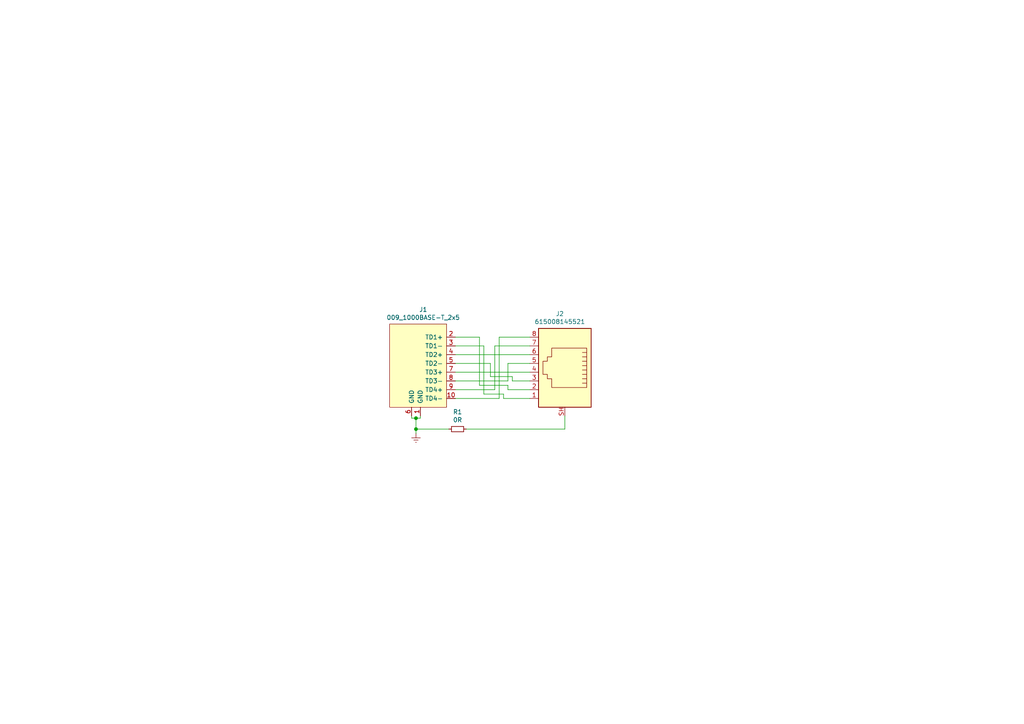
<source format=kicad_sch>
(kicad_sch (version 20211123) (generator eeschema)

  (uuid 417f13e4-c121-485a-a6b5-8b55e70350b8)

  (paper "A4")

  (lib_symbols
    (symbol "Connector:RJ45_Shielded" (pin_names (offset 1.016)) (in_bom yes) (on_board yes)
      (property "Reference" "J" (id 0) (at -5.08 13.97 0)
        (effects (font (size 1.27 1.27)) (justify right))
      )
      (property "Value" "RJ45_Shielded" (id 1) (at 2.54 13.97 0)
        (effects (font (size 1.27 1.27)) (justify left))
      )
      (property "Footprint" "" (id 2) (at 0 0.635 90)
        (effects (font (size 1.27 1.27)) hide)
      )
      (property "Datasheet" "~" (id 3) (at 0 0.635 90)
        (effects (font (size 1.27 1.27)) hide)
      )
      (property "ki_keywords" "8P8C RJ female connector" (id 4) (at 0 0 0)
        (effects (font (size 1.27 1.27)) hide)
      )
      (property "ki_description" "RJ connector, 8P8C (8 positions 8 connected), Shielded" (id 5) (at 0 0 0)
        (effects (font (size 1.27 1.27)) hide)
      )
      (property "ki_fp_filters" "8P8C* RJ31* RJ32* RJ33* RJ34* RJ35* RJ41* RJ45* RJ49* RJ61*" (id 6) (at 0 0 0)
        (effects (font (size 1.27 1.27)) hide)
      )
      (symbol "RJ45_Shielded_0_1"
        (polyline
          (pts
            (xy -5.08 4.445)
            (xy -6.35 4.445)
          )
          (stroke (width 0) (type default) (color 0 0 0 0))
          (fill (type none))
        )
        (polyline
          (pts
            (xy -5.08 5.715)
            (xy -6.35 5.715)
          )
          (stroke (width 0) (type default) (color 0 0 0 0))
          (fill (type none))
        )
        (polyline
          (pts
            (xy -6.35 -3.175)
            (xy -5.08 -3.175)
            (xy -5.08 -3.175)
          )
          (stroke (width 0) (type default) (color 0 0 0 0))
          (fill (type none))
        )
        (polyline
          (pts
            (xy -6.35 -1.905)
            (xy -5.08 -1.905)
            (xy -5.08 -1.905)
          )
          (stroke (width 0) (type default) (color 0 0 0 0))
          (fill (type none))
        )
        (polyline
          (pts
            (xy -6.35 -0.635)
            (xy -5.08 -0.635)
            (xy -5.08 -0.635)
          )
          (stroke (width 0) (type default) (color 0 0 0 0))
          (fill (type none))
        )
        (polyline
          (pts
            (xy -6.35 0.635)
            (xy -5.08 0.635)
            (xy -5.08 0.635)
          )
          (stroke (width 0) (type default) (color 0 0 0 0))
          (fill (type none))
        )
        (polyline
          (pts
            (xy -6.35 1.905)
            (xy -5.08 1.905)
            (xy -5.08 1.905)
          )
          (stroke (width 0) (type default) (color 0 0 0 0))
          (fill (type none))
        )
        (polyline
          (pts
            (xy -5.08 3.175)
            (xy -6.35 3.175)
            (xy -6.35 3.175)
          )
          (stroke (width 0) (type default) (color 0 0 0 0))
          (fill (type none))
        )
        (polyline
          (pts
            (xy -6.35 -4.445)
            (xy -6.35 6.985)
            (xy 3.81 6.985)
            (xy 3.81 4.445)
            (xy 5.08 4.445)
            (xy 5.08 3.175)
            (xy 6.35 3.175)
            (xy 6.35 -0.635)
            (xy 5.08 -0.635)
            (xy 5.08 -1.905)
            (xy 3.81 -1.905)
            (xy 3.81 -4.445)
            (xy -6.35 -4.445)
            (xy -6.35 -4.445)
          )
          (stroke (width 0) (type default) (color 0 0 0 0))
          (fill (type none))
        )
        (rectangle (start 7.62 12.7) (end -7.62 -10.16)
          (stroke (width 0.254) (type default) (color 0 0 0 0))
          (fill (type background))
        )
      )
      (symbol "RJ45_Shielded_1_1"
        (pin passive line (at 10.16 -7.62 180) (length 2.54)
          (name "~" (effects (font (size 1.27 1.27))))
          (number "1" (effects (font (size 1.27 1.27))))
        )
        (pin passive line (at 10.16 -5.08 180) (length 2.54)
          (name "~" (effects (font (size 1.27 1.27))))
          (number "2" (effects (font (size 1.27 1.27))))
        )
        (pin passive line (at 10.16 -2.54 180) (length 2.54)
          (name "~" (effects (font (size 1.27 1.27))))
          (number "3" (effects (font (size 1.27 1.27))))
        )
        (pin passive line (at 10.16 0 180) (length 2.54)
          (name "~" (effects (font (size 1.27 1.27))))
          (number "4" (effects (font (size 1.27 1.27))))
        )
        (pin passive line (at 10.16 2.54 180) (length 2.54)
          (name "~" (effects (font (size 1.27 1.27))))
          (number "5" (effects (font (size 1.27 1.27))))
        )
        (pin passive line (at 10.16 5.08 180) (length 2.54)
          (name "~" (effects (font (size 1.27 1.27))))
          (number "6" (effects (font (size 1.27 1.27))))
        )
        (pin passive line (at 10.16 7.62 180) (length 2.54)
          (name "~" (effects (font (size 1.27 1.27))))
          (number "7" (effects (font (size 1.27 1.27))))
        )
        (pin passive line (at 10.16 10.16 180) (length 2.54)
          (name "~" (effects (font (size 1.27 1.27))))
          (number "8" (effects (font (size 1.27 1.27))))
        )
        (pin passive line (at 0 -12.7 90) (length 2.54)
          (name "~" (effects (font (size 1.27 1.27))))
          (number "SH" (effects (font (size 1.27 1.27))))
        )
      )
    )
    (symbol "Device:R_Small" (pin_numbers hide) (pin_names (offset 0.254) hide) (in_bom yes) (on_board yes)
      (property "Reference" "R" (id 0) (at 0.762 0.508 0)
        (effects (font (size 1.27 1.27)) (justify left))
      )
      (property "Value" "R_Small" (id 1) (at 0.762 -1.016 0)
        (effects (font (size 1.27 1.27)) (justify left))
      )
      (property "Footprint" "" (id 2) (at 0 0 0)
        (effects (font (size 1.27 1.27)) hide)
      )
      (property "Datasheet" "~" (id 3) (at 0 0 0)
        (effects (font (size 1.27 1.27)) hide)
      )
      (property "ki_keywords" "R resistor" (id 4) (at 0 0 0)
        (effects (font (size 1.27 1.27)) hide)
      )
      (property "ki_description" "Resistor, small symbol" (id 5) (at 0 0 0)
        (effects (font (size 1.27 1.27)) hide)
      )
      (property "ki_fp_filters" "R_*" (id 6) (at 0 0 0)
        (effects (font (size 1.27 1.27)) hide)
      )
      (symbol "R_Small_0_1"
        (rectangle (start -0.762 1.778) (end 0.762 -1.778)
          (stroke (width 0.2032) (type default) (color 0 0 0 0))
          (fill (type none))
        )
      )
      (symbol "R_Small_1_1"
        (pin passive line (at 0 2.54 270) (length 0.762)
          (name "~" (effects (font (size 1.27 1.27))))
          (number "1" (effects (font (size 1.27 1.27))))
        )
        (pin passive line (at 0 -2.54 90) (length 0.762)
          (name "~" (effects (font (size 1.27 1.27))))
          (number "2" (effects (font (size 1.27 1.27))))
        )
      )
    )
    (symbol "power:Earth" (power) (pin_names (offset 0)) (in_bom yes) (on_board yes)
      (property "Reference" "#PWR" (id 0) (at 0 -6.35 0)
        (effects (font (size 1.27 1.27)) hide)
      )
      (property "Value" "Earth" (id 1) (at 0 -3.81 0)
        (effects (font (size 1.27 1.27)) hide)
      )
      (property "Footprint" "" (id 2) (at 0 0 0)
        (effects (font (size 1.27 1.27)) hide)
      )
      (property "Datasheet" "~" (id 3) (at 0 0 0)
        (effects (font (size 1.27 1.27)) hide)
      )
      (property "ki_keywords" "power-flag ground gnd" (id 4) (at 0 0 0)
        (effects (font (size 1.27 1.27)) hide)
      )
      (property "ki_description" "Power symbol creates a global label with name \"Earth\"" (id 5) (at 0 0 0)
        (effects (font (size 1.27 1.27)) hide)
      )
      (symbol "Earth_0_1"
        (polyline
          (pts
            (xy -0.635 -1.905)
            (xy 0.635 -1.905)
          )
          (stroke (width 0) (type default) (color 0 0 0 0))
          (fill (type none))
        )
        (polyline
          (pts
            (xy -0.127 -2.54)
            (xy 0.127 -2.54)
          )
          (stroke (width 0) (type default) (color 0 0 0 0))
          (fill (type none))
        )
        (polyline
          (pts
            (xy 0 -1.27)
            (xy 0 0)
          )
          (stroke (width 0) (type default) (color 0 0 0 0))
          (fill (type none))
        )
        (polyline
          (pts
            (xy 1.27 -1.27)
            (xy -1.27 -1.27)
          )
          (stroke (width 0) (type default) (color 0 0 0 0))
          (fill (type none))
        )
      )
      (symbol "Earth_1_1"
        (pin power_in line (at 0 0 270) (length 0) hide
          (name "Earth" (effects (font (size 1.27 1.27))))
          (number "1" (effects (font (size 1.27 1.27))))
        )
      )
    )
    (symbol "put_on_edge:009_1000BASE-T" (pin_names (offset 1.016)) (in_bom yes) (on_board yes)
      (property "Reference" "J" (id 0) (at -2.54 13.97 0)
        (effects (font (size 1.27 1.27)))
      )
      (property "Value" "009_1000BASE-T" (id 1) (at 8.89 13.97 0)
        (effects (font (size 1.27 1.27)))
      )
      (property "Footprint" "" (id 2) (at 7.62 16.51 0)
        (effects (font (size 1.27 1.27)) hide)
      )
      (property "Datasheet" "" (id 3) (at 7.62 16.51 0)
        (effects (font (size 1.27 1.27)) hide)
      )
      (symbol "009_1000BASE-T_0_1"
        (rectangle (start -8.89 12.7) (end 7.62 -11.43)
          (stroke (width 0) (type default) (color 0 0 0 0))
          (fill (type background))
        )
      )
      (symbol "009_1000BASE-T_1_1"
        (pin power_in line (at -1.27 -13.97 90) (length 2.54)
          (name "GND" (effects (font (size 1.27 1.27))))
          (number "1" (effects (font (size 1.27 1.27))))
        )
        (pin bidirectional line (at -11.43 -8.89 0) (length 2.54)
          (name "TD4-" (effects (font (size 1.27 1.27))))
          (number "10" (effects (font (size 1.27 1.27))))
        )
        (pin bidirectional line (at -11.43 8.89 0) (length 2.54)
          (name "TD1+" (effects (font (size 1.27 1.27))))
          (number "2" (effects (font (size 1.27 1.27))))
        )
        (pin bidirectional line (at -11.43 6.35 0) (length 2.54)
          (name "TD1-" (effects (font (size 1.27 1.27))))
          (number "3" (effects (font (size 1.27 1.27))))
        )
        (pin bidirectional line (at -11.43 3.81 0) (length 2.54)
          (name "TD2+" (effects (font (size 1.27 1.27))))
          (number "4" (effects (font (size 1.27 1.27))))
        )
        (pin bidirectional line (at -11.43 1.27 0) (length 2.54)
          (name "TD2-" (effects (font (size 1.27 1.27))))
          (number "5" (effects (font (size 1.27 1.27))))
        )
        (pin power_in line (at 1.27 -13.97 90) (length 2.54)
          (name "GND" (effects (font (size 1.27 1.27))))
          (number "6" (effects (font (size 1.27 1.27))))
        )
        (pin bidirectional line (at -11.43 -1.27 0) (length 2.54)
          (name "TD3+" (effects (font (size 1.27 1.27))))
          (number "7" (effects (font (size 1.27 1.27))))
        )
        (pin bidirectional line (at -11.43 -3.81 0) (length 2.54)
          (name "TD3-" (effects (font (size 1.27 1.27))))
          (number "8" (effects (font (size 1.27 1.27))))
        )
        (pin bidirectional line (at -11.43 -6.35 0) (length 2.54)
          (name "TD4+" (effects (font (size 1.27 1.27))))
          (number "9" (effects (font (size 1.27 1.27))))
        )
      )
    )
  )

  (junction (at 120.65 124.46) (diameter 0) (color 0 0 0 0)
    (uuid 0147f16a-c952-4891-8f53-a9fb8cddeb8d)
  )
  (junction (at 120.65 121.285) (diameter 0) (color 0 0 0 0)
    (uuid cef6f603-8a0b-4dd0-af99-ebfbef7d1b4b)
  )

  (wire (pts (xy 143.51 100.33) (xy 153.67 100.33))
    (stroke (width 0) (type default) (color 0 0 0 0))
    (uuid 0a3cc030-c9dd-4d74-9d50-715ed2b361a2)
  )
  (wire (pts (xy 135.255 124.46) (xy 163.83 124.46))
    (stroke (width 0) (type default) (color 0 0 0 0))
    (uuid 0d0bb7b2-a6e5-46d2-9492-a1aa6e5a7b2f)
  )
  (wire (pts (xy 119.38 120.65) (xy 119.38 121.285))
    (stroke (width 0) (type default) (color 0 0 0 0))
    (uuid 120a7b0f-ddfd-4447-85c1-35665465acdb)
  )
  (wire (pts (xy 148.59 110.49) (xy 153.67 110.49))
    (stroke (width 0) (type default) (color 0 0 0 0))
    (uuid 13abf99d-5265-4779-8973-e94370fd18ff)
  )
  (wire (pts (xy 132.08 115.57) (xy 144.78 115.57))
    (stroke (width 0) (type default) (color 0 0 0 0))
    (uuid 15875808-74d5-4210-b8ca-aa8fbc04ae21)
  )
  (wire (pts (xy 132.08 110.49) (xy 147.32 110.49))
    (stroke (width 0) (type default) (color 0 0 0 0))
    (uuid 1860e030-7a36-4298-b7fc-a16d48ab15ba)
  )
  (wire (pts (xy 146.05 115.57) (xy 153.67 115.57))
    (stroke (width 0) (type default) (color 0 0 0 0))
    (uuid 23bb2798-d93a-4696-a962-c305c4298a0c)
  )
  (wire (pts (xy 142.24 109.22) (xy 148.59 109.22))
    (stroke (width 0) (type default) (color 0 0 0 0))
    (uuid 32667662-ae86-4904-b198-3e95f11851bf)
  )
  (wire (pts (xy 132.08 107.95) (xy 153.67 107.95))
    (stroke (width 0) (type default) (color 0 0 0 0))
    (uuid 3dcc657b-55a1-48e0-9667-e01e7b6b08b5)
  )
  (wire (pts (xy 140.335 100.33) (xy 140.335 114.3))
    (stroke (width 0) (type default) (color 0 0 0 0))
    (uuid 46918595-4a45-48e8-84c0-961b4db7f35f)
  )
  (wire (pts (xy 121.92 121.285) (xy 121.92 120.65))
    (stroke (width 0) (type default) (color 0 0 0 0))
    (uuid 48f827a8-6e22-4a2e-abdc-c2a03098d883)
  )
  (wire (pts (xy 132.08 97.79) (xy 139.065 97.79))
    (stroke (width 0) (type default) (color 0 0 0 0))
    (uuid 62c076a3-d618-44a2-9042-9a08b3576787)
  )
  (wire (pts (xy 142.24 105.41) (xy 142.24 109.22))
    (stroke (width 0) (type default) (color 0 0 0 0))
    (uuid 67f6e996-3c99-493c-8f6f-e739e2ed5d7a)
  )
  (wire (pts (xy 130.175 124.46) (xy 120.65 124.46))
    (stroke (width 0) (type default) (color 0 0 0 0))
    (uuid 6a44418c-7bb4-4e99-8836-57f153c19721)
  )
  (wire (pts (xy 139.065 97.79) (xy 139.065 111.76))
    (stroke (width 0) (type default) (color 0 0 0 0))
    (uuid 6e105729-aba0-497c-a99e-c32d2b3ddb6d)
  )
  (wire (pts (xy 132.08 100.33) (xy 140.335 100.33))
    (stroke (width 0) (type default) (color 0 0 0 0))
    (uuid 78cbdd6c-4878-4cc5-9a58-0e506478e37d)
  )
  (wire (pts (xy 144.78 97.79) (xy 153.67 97.79))
    (stroke (width 0) (type default) (color 0 0 0 0))
    (uuid 81bbc3ff-3938-49ac-8297-ce2bcc9a42bd)
  )
  (wire (pts (xy 132.08 113.03) (xy 143.51 113.03))
    (stroke (width 0) (type default) (color 0 0 0 0))
    (uuid 8322f275-268c-4e87-a69f-4cfbf05e747f)
  )
  (wire (pts (xy 119.38 121.285) (xy 120.65 121.285))
    (stroke (width 0) (type default) (color 0 0 0 0))
    (uuid 8d55e186-3e11-40e8-a65e-b36a8a00069e)
  )
  (wire (pts (xy 146.05 114.3) (xy 146.05 115.57))
    (stroke (width 0) (type default) (color 0 0 0 0))
    (uuid 94c158d1-8503-4553-b511-bf42f506c2a8)
  )
  (wire (pts (xy 139.065 111.76) (xy 147.32 111.76))
    (stroke (width 0) (type default) (color 0 0 0 0))
    (uuid 983c426c-24e0-4c65-ab69-1f1824adc5c6)
  )
  (wire (pts (xy 120.65 121.285) (xy 121.92 121.285))
    (stroke (width 0) (type default) (color 0 0 0 0))
    (uuid 9c8ccb2a-b1e9-4f2c-94fe-301b5975277e)
  )
  (wire (pts (xy 140.335 114.3) (xy 146.05 114.3))
    (stroke (width 0) (type default) (color 0 0 0 0))
    (uuid 9ccf03e8-755a-4cd9-96fc-30e1d08fa253)
  )
  (wire (pts (xy 148.59 109.22) (xy 148.59 110.49))
    (stroke (width 0) (type default) (color 0 0 0 0))
    (uuid a05d7640-f2f6-4ba7-8c51-5a4af431fc13)
  )
  (wire (pts (xy 132.08 105.41) (xy 142.24 105.41))
    (stroke (width 0) (type default) (color 0 0 0 0))
    (uuid a7520ad3-0f8b-4788-92d4-8ffb277041e6)
  )
  (wire (pts (xy 132.08 102.87) (xy 153.67 102.87))
    (stroke (width 0) (type default) (color 0 0 0 0))
    (uuid a795f1ba-cdd5-4cc5-9a52-08586e982934)
  )
  (wire (pts (xy 144.78 115.57) (xy 144.78 97.79))
    (stroke (width 0) (type default) (color 0 0 0 0))
    (uuid b1169a2d-8998-4b50-a48d-c520bcc1b8e1)
  )
  (wire (pts (xy 147.32 110.49) (xy 147.32 105.41))
    (stroke (width 0) (type default) (color 0 0 0 0))
    (uuid b6270a28-e0d9-4655-a18a-03dbf007b940)
  )
  (wire (pts (xy 147.32 111.76) (xy 147.32 113.03))
    (stroke (width 0) (type default) (color 0 0 0 0))
    (uuid c1d83899-e380-49f9-a87d-8e78bc089ebf)
  )
  (wire (pts (xy 120.65 124.46) (xy 120.65 121.285))
    (stroke (width 0) (type default) (color 0 0 0 0))
    (uuid d1262c4d-2245-4c4f-8f35-7bb32cd9e21e)
  )
  (wire (pts (xy 163.83 124.46) (xy 163.83 120.65))
    (stroke (width 0) (type default) (color 0 0 0 0))
    (uuid d22e95aa-f3db-4fbc-a331-048a2523233e)
  )
  (wire (pts (xy 143.51 113.03) (xy 143.51 100.33))
    (stroke (width 0) (type default) (color 0 0 0 0))
    (uuid dd00c2e1-6027-4717-b312-4fab3ee52002)
  )
  (wire (pts (xy 120.65 125.73) (xy 120.65 124.46))
    (stroke (width 0) (type default) (color 0 0 0 0))
    (uuid e877bf4a-4210-4bd3-b7b0-806eb4affc5b)
  )
  (wire (pts (xy 147.32 113.03) (xy 153.67 113.03))
    (stroke (width 0) (type default) (color 0 0 0 0))
    (uuid e9bb29b2-2bb9-4ea2-acd9-2bb3ca677a12)
  )
  (wire (pts (xy 147.32 105.41) (xy 153.67 105.41))
    (stroke (width 0) (type default) (color 0 0 0 0))
    (uuid f3490fa5-5a27-423b-af60-53609669542c)
  )

  (symbol (lib_id "Connector:RJ45_Shielded") (at 163.83 107.95 0) (mirror y) (unit 1)
    (in_bom yes) (on_board yes)
    (uuid 00000000-0000-0000-0000-000060304280)
    (property "Reference" "J2" (id 0) (at 162.3822 91.0082 0))
    (property "Value" "615008145521" (id 1) (at 162.3822 93.3196 0))
    (property "Footprint" "AI-footprints:RJ45_Wuerth_615008145521_Horizontal" (id 2) (at 163.83 107.315 90)
      (effects (font (size 1.27 1.27)) hide)
    )
    (property "Datasheet" "~" (id 3) (at 163.83 107.315 90)
      (effects (font (size 1.27 1.27)) hide)
    )
    (property "MPN" "615008145521" (id 4) (at 163.83 107.95 0)
      (effects (font (size 1.27 1.27)) hide)
    )
    (pin "1" (uuid d19e40b8-933b-4bcd-9c80-ca23b58678e9))
    (pin "2" (uuid 709c0bfa-95ba-4de8-b991-cfbac9cfbf83))
    (pin "3" (uuid fc1ff7bd-35c2-41b9-aad0-bc8939f20e78))
    (pin "4" (uuid f0c024ca-8614-4dc4-bffb-9ee81bdc9821))
    (pin "5" (uuid 7fc1f6f9-c3d5-42d3-ba10-c09fe065e1f7))
    (pin "6" (uuid ea297cae-0946-4831-b3ff-b05203066ddf))
    (pin "7" (uuid 7b2d6d74-8a41-49cc-a69c-31cc9fbb1562))
    (pin "8" (uuid 68fb95c8-514e-4f09-8754-a296a2ffc992))
    (pin "SH" (uuid 7def8bcd-7727-4cd1-8a73-30e187525e12))
  )

  (symbol (lib_id "put_on_edge:009_1000BASE-T") (at 120.65 106.68 0) (mirror y) (unit 1)
    (in_bom yes) (on_board yes)
    (uuid 00000000-0000-0000-0000-00006034ad75)
    (property "Reference" "J1" (id 0) (at 122.7582 89.789 0))
    (property "Value" "009_1000BASE-T_2x5" (id 1) (at 122.7582 92.1004 0))
    (property "Footprint" "on_edge:on_edge_2x05_device" (id 2) (at 113.03 90.17 0)
      (effects (font (size 1.27 1.27)) hide)
    )
    (property "Datasheet" "" (id 3) (at 113.03 90.17 0)
      (effects (font (size 1.27 1.27)) hide)
    )
    (pin "1" (uuid 43490364-da6c-4788-a7c6-683cf619a04c))
    (pin "10" (uuid 3a92b8fb-8595-4e8d-acce-21b569338369))
    (pin "2" (uuid 0802fe4d-7157-4ebc-8c69-4b30465f9f68))
    (pin "3" (uuid a63b5c65-3737-4234-8362-07c9808b5424))
    (pin "4" (uuid d3da383a-9b8e-410d-b3eb-52acead86353))
    (pin "5" (uuid 5740ac65-2db6-419d-be40-f7a593eb9b43))
    (pin "6" (uuid 81864310-de0f-474f-a386-3d66257a5b96))
    (pin "7" (uuid 1b393ee4-7508-4a1a-9161-edde4ff8fac8))
    (pin "8" (uuid ca9d9e66-1006-4997-931c-0d5b3447030e))
    (pin "9" (uuid 4544aac4-8517-42ae-a854-18c6f46ef412))
  )

  (symbol (lib_id "power:Earth") (at 120.65 125.73 0) (unit 1)
    (in_bom yes) (on_board yes)
    (uuid 00000000-0000-0000-0000-000060369bdc)
    (property "Reference" "#PWR0101" (id 0) (at 120.65 132.08 0)
      (effects (font (size 1.27 1.27)) hide)
    )
    (property "Value" "Earth" (id 1) (at 120.65 129.54 0)
      (effects (font (size 1.27 1.27)) hide)
    )
    (property "Footprint" "" (id 2) (at 120.65 125.73 0)
      (effects (font (size 1.27 1.27)) hide)
    )
    (property "Datasheet" "~" (id 3) (at 120.65 125.73 0)
      (effects (font (size 1.27 1.27)) hide)
    )
    (pin "1" (uuid bfcaf72c-e94c-4d8b-94b9-2408bd889c07))
  )

  (symbol (lib_id "Device:R_Small") (at 132.715 124.46 270) (unit 1)
    (in_bom yes) (on_board yes)
    (uuid 00000000-0000-0000-0000-000060beda05)
    (property "Reference" "R1" (id 0) (at 132.715 119.4816 90))
    (property "Value" "0R" (id 1) (at 132.715 121.793 90))
    (property "Footprint" "Resistor_SMD:R_0603_1608Metric" (id 2) (at 132.715 124.46 0)
      (effects (font (size 1.27 1.27)) hide)
    )
    (property "Datasheet" "~" (id 3) (at 132.715 124.46 0)
      (effects (font (size 1.27 1.27)) hide)
    )
    (pin "1" (uuid c91f3a05-92b7-4af6-9fa5-e9872bd4952c))
    (pin "2" (uuid 9851983f-a26d-497d-a5dc-46fbdc2833a9))
  )

  (sheet_instances
    (path "/" (page "1"))
  )

  (symbol_instances
    (path "/00000000-0000-0000-0000-000060369bdc"
      (reference "#PWR0101") (unit 1) (value "Earth") (footprint "")
    )
    (path "/00000000-0000-0000-0000-00006034ad75"
      (reference "J1") (unit 1) (value "009_1000BASE-T_2x5") (footprint "on_edge:on_edge_2x05_device")
    )
    (path "/00000000-0000-0000-0000-000060304280"
      (reference "J2") (unit 1) (value "615008145521") (footprint "AI-footprints:RJ45_Wuerth_615008145521_Horizontal")
    )
    (path "/00000000-0000-0000-0000-000060beda05"
      (reference "R1") (unit 1) (value "0R") (footprint "Resistor_SMD:R_0603_1608Metric")
    )
  )
)

</source>
